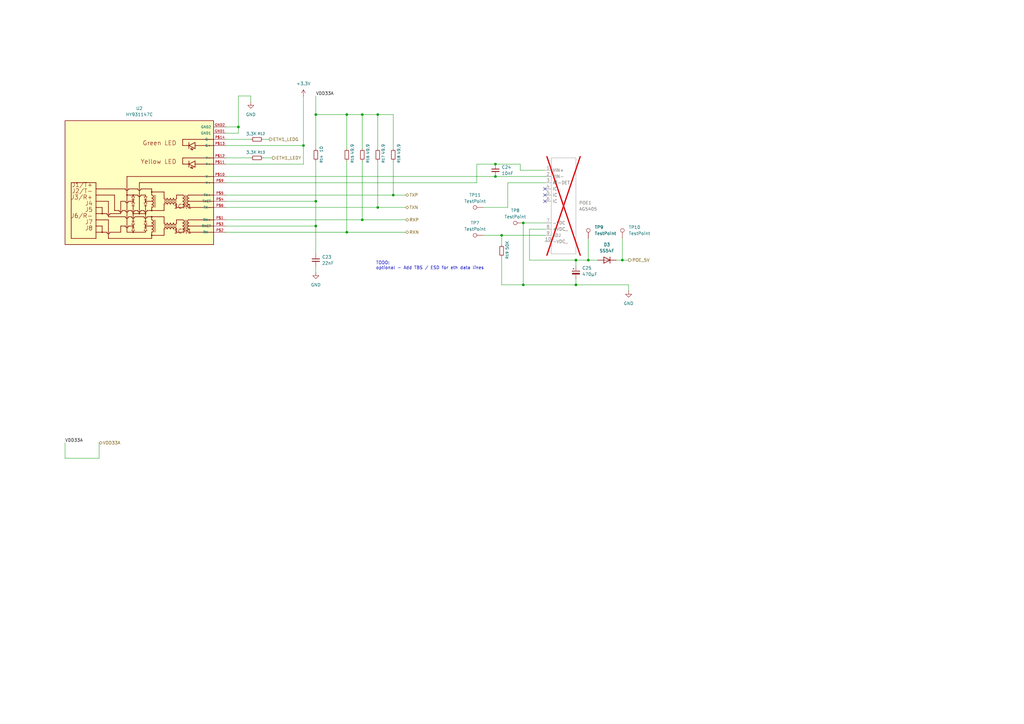
<source format=kicad_sch>
(kicad_sch (version 20250114) (generator "eeschema") (generator_version "9.0")
  (paper "A3")
  (title_block (title "PoE Backplate") (date "2026-02-01") (rev "v0.2") (company "dotstar.tech") (comment 1 "designed byGrigorii Merkushev (aka brushknight)") (comment 2 "brushknight.com"))
  (lib_symbols
    (symbol "AG5405:AG5405"
      (property "Reference" "J" (at 12.192 11.176 0))
      (symbol "AG5405_0_1"
        (rectangle (start 7.62 8.89) (end 17.78 -30.48))
      )
      (symbol "AG5405_1_1"
        (pin input line (at 5.08 3.81 0) (length 2.54) (name "VIN+") (number "1"))
        (pin input line (at 5.08 1.27 0) (length 2.54) (name "VIN-") (number "2"))
        (pin input line (at 5.08 -1.27 0) (length 2.54) (name "AT-DET") (number "3"))
        (pin input line (at 5.08 -3.81 0) (length 2.54) (name "IC") (number "4"))
        (pin input line (at 5.08 -6.35 0) (length 2.54) (name "IC") (number "5"))
        (pin input line (at 5.08 -8.89 0) (length 2.54) (name "IC") (number "6"))
        (pin input line (at 5.08 -17.78 0) (length 2.54) (name "-VDC") (number "7"))
        (pin input line (at 5.08 -20.32 0) (length 2.54) (name "+VDC_") (number "8"))
        (pin input line (at 5.08 -22.86 0) (length 2.54) (name "ADJ") (number "9"))
        (pin input line (at 5.08 -25.4 0) (length 2.54) (name "-VDC_") (number "10"))
      )
    )
    (symbol "Connector:TestPoint" (pin_numbers (hide yes)) (pin_names (offset 0.762) (hide yes))
      (property "Reference" "TP" (at 0 6.858 0))
      (property "Value" "TestPoint" (at 0 5.08 0))
      (symbol "TestPoint_0_1"
        (circle (center 0 3.302) (radius 0.762))
      )
      (symbol "TestPoint_1_1"
        (pin passive line (at 0 0 90) (length 2.54) (name "1") (number "1"))
      )
    )
    (symbol "Device:C_Polarized_Small" (pin_numbers (hide yes)) (pin_names (offset 0.254) (hide yes))
      (property "Reference" "C" (at 0.254 1.778 0))
      (property "Value" "C_Polarized_Small" (at 0.254 -2.032 0))
      (symbol "C_Polarized_Small_0_1"
        (rectangle (start -1.524 0.6858) (end 1.524 0.3048))
        (rectangle (start -1.524 -0.3048) (end 1.524 -0.6858) (fill (type outline)))
        (polyline (pts (xy -1.27 1.524) (xy -0.762 1.524)))
        (polyline (pts (xy -1.016 1.27) (xy -1.016 1.778)))
      )
      (symbol "C_Polarized_Small_1_1"
        (pin passive line (at 0 2.54 270) (length 1.8542) (name "~") (number "1"))
        (pin passive line (at 0 -2.54 90) (length 1.8542) (name "~") (number "2"))
      )
    )
    (symbol "Device:C_Small" (pin_numbers (hide yes)) (pin_names (offset 0.254) (hide yes))
      (property "Reference" "C" (at 0.254 1.778 0))
      (property "Value" "C_Small" (at 0.254 -2.032 0))
      (symbol "C_Small_0_1"
        (polyline (pts (xy -1.524 0.508) (xy 1.524 0.508)) (stroke (width 0.3048)))
        (polyline (pts (xy -1.524 -0.508) (xy 1.524 -0.508)) (stroke (width 0.3302)))
      )
      (symbol "C_Small_1_1"
        (pin passive line (at 0 2.54 270) (length 2.032) (name "~") (number "1"))
        (pin passive line (at 0 -2.54 90) (length 2.032) (name "~") (number "2"))
      )
    )
    (symbol "Device:D" (pin_numbers (hide yes)) (pin_names (offset 1.016) (hide yes))
      (property "Reference" "D" (at 0 2.54 0))
      (property "Value" "D" (at 0 -2.54 0))
      (symbol "D_0_1"
        (polyline (pts (xy -1.27 1.27) (xy -1.27 -1.27)) (stroke (width 0.254)))
        (polyline (pts (xy 1.27 1.27) (xy 1.27 -1.27) (xy -1.27 0) (xy 1.27 1.27)) (stroke (width 0.254)))
        (polyline (pts (xy 1.27 0) (xy -1.27 0)))
      )
      (symbol "D_1_1"
        (pin passive line (at -3.81 0 0) (length 2.54) (name "K") (number "1"))
        (pin passive line (at 3.81 0 180) (length 2.54) (name "A") (number "2"))
      )
    )
    (symbol "Device:R_Small" (pin_numbers (hide yes)) (pin_names (offset 0.254) (hide yes))
      (property "Reference" "R" (at 0 0 90))
      (property "Value" "R_Small" (at 1.778 0 90))
      (symbol "R_Small_0_1"
        (rectangle (start -0.762 1.778) (end 0.762 -1.778) (stroke (width 0.2032)))
      )
      (symbol "R_Small_1_1"
        (pin passive line (at 0 2.54 270) (length 0.762) (name "~") (number "1"))
        (pin passive line (at 0 -2.54 90) (length 0.762) (name "~") (number "2"))
      )
    )
    (symbol "HY931147C:HY931147C" (pin_names (offset 1.016))
      (property "Reference" "U" (at 7.62 -17.78 0))
      (property "Value" "HY931147C" (at 7.62 -20.32 0))
      (symbol "HY931147C_0_0"
        (polyline (pts (xy -27.94 17.78) (xy -17.78 17.78)) (stroke (width 0.254)))
        (polyline (pts (xy -27.94 15.24) (xy -17.78 15.24)) (stroke (width 0.254)))
        (polyline (pts (xy -27.94 5.08) (xy -17.78 5.08)) (stroke (width 0.254)))
        (polyline (pts (xy -27.94 2.54) (xy -17.78 2.54)) (stroke (width 0.254)))
        (polyline (pts (xy -27.94 -2.54) (xy 2.54 -2.54)) (stroke (width 0.254)))
        (polyline (pts (xy -27.94 -5.08) (xy 7.62 -5.08)) (stroke (width 0.254)))
        (polyline (pts (xy -27.94 -10.16) (xy -20.32 -10.16)) (stroke (width 0.254)))
        (polyline (pts (xy -27.94 -12.7) (xy -15.24 -12.7)) (stroke (width 0.254)))
        (polyline (pts (xy -27.94 -17.78) (xy -20.32 -17.78)) (stroke (width 0.254)))
        (polyline (pts (xy -27.94 -20.32) (xy -15.24 -20.32)) (stroke (width 0.254)))
        (rectangle (start -27.94 -27.94) (end 33.02 22.86) (stroke (width 0.254)) (fill (type background)))
        (polyline (pts (xy -20.32 -8.89) (xy -20.32 -11.43)) (stroke (width 0.254)))
        (polyline (pts (xy -20.32 -11.43) (xy -17.78 -10.16)) (stroke (width 0.254)))
        (polyline (pts (xy -20.32 -16.51) (xy -20.32 -19.05)) (stroke (width 0.254)))
        (polyline (pts (xy -20.32 -19.05) (xy -17.78 -17.78)) (stroke (width 0.254)))
        (polyline (pts (xy -19.558 -8.89) (xy -19.05 -8.382)) (stroke (width 0.254)))
        (polyline (pts (xy -19.558 -16.51) (xy -19.05 -16.002)) (stroke (width 0.254)))
        (polyline (pts (xy -19.05 -8.382) (xy -19.304 -8.382)) (stroke (width 0.254)))
        (polyline (pts (xy -19.05 -8.636) (xy -19.05 -8.382)) (stroke (width 0.254)))
        (polyline (pts (xy -19.05 -9.144) (xy -18.542 -8.636)) (stroke (width 0.254)))
        (polyline (pts (xy -19.05 -16.002) (xy -19.304 -16.002)) (stroke (width 0.254)))
        (polyline (pts (xy -19.05 -16.256) (xy -19.05 -16.002)) (stroke (width 0.254)))
        (polyline (pts (xy -19.05 -16.764) (xy -18.542 -16.256)) (stroke (width 0.254)))
        (polyline (pts (xy -18.796 -8.636) (xy -18.542 -8.636)) (stroke (width 0.254)))
        (polyline (pts (xy -18.796 -16.256) (xy -18.542 -16.256)) (stroke (width 0.254)))
        (polyline (pts (xy -18.542 -8.636) (xy -18.542 -8.89)) (stroke (width 0.254)))
        (polyline (pts (xy -18.542 -16.256) (xy -18.542 -16.51)) (stroke (width 0.254)))
        (arc (start -17.78 17.78) (mid -17.1477 17.145) (end -17.78 16.51) (stroke (width 0.254)))
        (arc (start -17.78 16.51) (mid -17.1477 15.875) (end -17.78 15.24) (stroke (width 0.254)))
        (arc (start -17.78 15.24) (mid -17.1477 14.605) (end -17.78 13.97) (stroke (width 0.254)))
        (arc (start -17.78 13.97) (mid -17.1477 13.335) (end -17.78 12.7) (stroke (width 0.254)))
        (arc (start -17.78 7.62) (mid -17.1477 6.985) (end -17.78 6.35) (stroke (width 0.254)))
        (arc (start -17.78 6.35) (mid -17.1477 5.715) (end -17.78 5.08) (stroke (width 0.254)))
        (arc (start -17.78 5.08) (mid -17.1477 4.445) (end -17.78 3.81) (stroke (width 0.254)))
        (arc (start -17.78 3.81) (mid -17.1477 3.175) (end -17.78 2.54) (stroke (width 0.254)))
        (circle (center -17.78 17.272) (radius 0.0762) (stroke (width 0.127)))
        (circle (center -17.78 14.732) (radius 0.0762) (stroke (width 0.127)))
        (polyline (pts (xy -17.78 12.7) (xy -27.94 12.7)) (stroke (width 0.254)))
        (polyline (pts (xy -17.78 7.62) (xy -27.94 7.62)) (stroke (width 0.254)))
        (circle (center -17.78 7.112) (radius 0.0762) (stroke (width 0.127)))
        (circle (center -17.78 4.572) (radius 0.0762) (stroke (width 0.127)))
        (polyline (pts (xy -17.78 -8.89) (xy -17.78 -10.16)) (stroke (width 0.254)))
        (polyline (pts (xy -17.78 -10.16) (xy -20.32 -8.89)) (stroke (width 0.254)))
        (polyline (pts (xy -17.78 -10.16) (xy -17.78 -11.43)) (stroke (width 0.254)))
        (polyline (pts (xy -17.78 -16.51) (xy -17.78 -17.78)) (stroke (width 0.254)))
        (polyline (pts (xy -17.78 -17.78) (xy -20.32 -16.51)) (stroke (width 0.254)))
        (polyline (pts (xy -17.78 -17.78) (xy -17.78 -19.05)) (stroke (width 0.254)))
        (polyline (pts (xy -16.764 12.7) (xy -16.764 17.78)) (stroke (width 0.1524)))
        (polyline (pts (xy -16.764 2.54) (xy -16.764 7.62)) (stroke (width 0.1524)))
        (polyline (pts (xy -16.256 12.7) (xy -16.256 17.78)) (stroke (width 0.1524)))
        (polyline (pts (xy -16.256 2.54) (xy -16.256 7.62)) (stroke (width 0.1524)))
        (polyline (pts (xy -15.24 17.78) (xy -12.7 17.78)) (stroke (width 0.254)))
        (circle (center -15.24 17.272) (radius 0.0762) (stroke (width 0.127)))
        (polyline (pts (xy -15.24 12.7) (xy -12.7 12.7)) (stroke (width 0.254)))
        (polyline (pts (xy -15.24 7.62) (xy -12.7 7.62)) (stroke (width 0.254)))
        (circle (center -15.24 7.112) (radius 0.0762) (stroke (width 0.127)))
        (polyline (pts (xy -15.24 2.54) (xy -12.7 2.54)) (stroke (width 0.254)))
        (polyline (pts (xy -15.24 -10.16) (xy -17.78 -10.16)) (stroke (width 0.254)))
        (polyline (pts (xy -15.24 -12.7) (xy -15.24 -10.16)) (stroke (width 0.254)))
        (polyline (pts (xy -15.24 -17.78) (xy -17.78 -17.78)) (stroke (width 0.254)))
        (polyline (pts (xy -15.24 -20.32) (xy -15.24 -17.78)) (stroke (width 0.254)))
        (arc (start -15.24 16.51) (mid -15.8722 17.145) (end -15.24 17.78) (stroke (width 0.254)))
        (arc (start -15.24 15.24) (mid -15.8722 15.875) (end -15.24 16.51) (stroke (width 0.254)))
        (arc (start -15.24 13.97) (mid -15.8722 14.605) (end -15.24 15.24) (stroke (width 0.254)))
        (arc (start -15.24 12.7) (mid -15.8722 13.335) (end -15.24 13.97) (stroke (width 0.254)))
        (arc (start -15.24 6.35) (mid -15.8722 6.985) (end -15.24 7.62) (stroke (width 0.254)))
        (arc (start -15.24 5.08) (mid -15.8722 5.715) (end -15.24 6.35) (stroke (width 0.254)))
        (arc (start -15.24 3.81) (mid -15.8722 4.445) (end -15.24 5.08) (stroke (width 0.254)))
        (arc (start -15.24 2.54) (mid -15.8722 3.175) (end -15.24 3.81) (stroke (width 0.254)))
        (polyline (pts (xy -12.7 17.78) (xy -12.7 16.51)) (stroke (width 0.254)))
        (polyline (pts (xy -12.7 15.494) (xy -7.62 15.494)) (stroke (width 0.1524)))
        (polyline (pts (xy -12.7 14.986) (xy -7.62 14.986)) (stroke (width 0.1524)))
        (polyline (pts (xy -12.7 12.7) (xy -12.7 13.97)) (stroke (width 0.254)))
        (polyline (pts (xy -12.7 7.62) (xy -12.7 6.35)) (stroke (width 0.254)))
        (polyline (pts (xy -12.7 5.334) (xy -7.62 5.334)) (stroke (width 0.1524)))
        (polyline (pts (xy -12.7 4.826) (xy -7.62 4.826)) (stroke (width 0.1524)))
        (polyline (pts (xy -12.7 2.54) (xy -12.7 3.81)) (stroke (width 0.254)))
        (arc (start -11.43 16.51) (mid -12.065 15.8777) (end -12.7 16.51) (stroke (width 0.254)))
        (arc (start -12.7 13.97) (mid -12.065 14.6022) (end -11.43 13.97) (stroke (width 0.254)))
        (arc (start -11.43 6.35) (mid -12.065 5.7177) (end -12.7 6.35) (stroke (width 0.254)))
        (arc (start -12.7 3.81) (mid -12.065 4.4422) (end -11.43 3.81) (stroke (width 0.254)))
        (arc (start -10.16 16.51) (mid -10.795 15.8777) (end -11.43 16.51) (stroke (width 0.254)))
        (arc (start -11.43 13.97) (mid -10.795 14.6022) (end -10.16 13.97) (stroke (width 0.254)))
        (arc (start -10.16 6.35) (mid -10.795 5.7177) (end -11.43 6.35) (stroke (width 0.254)))
        (arc (start -11.43 3.81) (mid -10.795 4.4422) (end -10.16 3.81) (stroke (width 0.254)))
        (arc (start -8.89 16.51) (mid -9.525 15.8777) (end -10.16 16.51) (stroke (width 0.254)))
        (arc (start -10.16 13.97) (mid -9.525 14.6022) (end -8.89 13.97) (stroke (width 0.254)))
        (arc (start -8.89 6.35) (mid -9.525 5.7177) (end -10.16 6.35) (stroke (width 0.254)))
        (arc (start -10.16 3.81) (mid -9.525 4.4422) (end -8.89 3.81) (stroke (width 0.254)))
        (arc (start -7.62 16.51) (mid -8.255 15.8777) (end -8.89 16.51) (stroke (width 0.254)))
        (arc (start -8.89 13.97) (mid -8.255 14.6022) (end -7.62 13.97) (stroke (width 0.254)))
        (arc (start -7.62 6.35) (mid -8.255 5.7177) (end -8.89 6.35) (stroke (width 0.254)))
        (arc (start -8.89 3.81) (mid -8.255 4.4422) (end -7.62 3.81) (stroke (width 0.254)))
        (circle (center -8.128 16.51) (radius 0.0762) (stroke (width 0.127)))
        (circle (center -8.128 13.97) (radius 0.0762) (stroke (width 0.127)))
        (circle (center -8.128 6.35) (radius 0.0762) (stroke (width 0.127)))
        (circle (center -8.128 3.81) (radius 0.0762) (stroke (width 0.127)))
        (polyline (pts (xy -7.62 19.05) (xy -2.54 19.05)) (stroke (width 0.254)))
        (polyline (pts (xy -7.62 16.51) (xy -7.62 19.05)) (stroke (width 0.254)))
        (polyline (pts (xy -7.62 13.97) (xy -7.62 11.43)) (stroke (width 0.254)))
        (polyline (pts (xy -7.62 11.43) (xy -2.54 11.43)) (stroke (width 0.254)))
        (polyline (pts (xy -7.62 8.89) (xy -2.54 8.89)) (stroke (width 0.254)))
        (polyline (pts (xy -7.62 6.35) (xy -7.62 8.89)) (stroke (width 0.254)))
        (polyline (pts (xy -7.62 3.81) (xy -7.62 1.27)) (stroke (width 0.254)))
        (polyline (pts (xy -7.62 1.27) (xy -2.54 1.27)) (stroke (width 0.254)))
        (polyline (pts (xy -4.064 17.78) (xy -4.064 12.7)) (stroke (width 0.1524)))
        (polyline (pts (xy -4.064 7.62) (xy -4.064 2.54)) (stroke (width 0.1524)))
        (polyline (pts (xy -3.556 17.78) (xy -3.556 12.7)) (stroke (width 0.1524)))
        (polyline (pts (xy -3.556 7.62) (xy -3.556 2.54)) (stroke (width 0.1524)))
        (polyline (pts (xy -2.54 20.32) (xy 15.24 20.32)) (stroke (width 0.254)))
        (circle (center -2.54 19.05) (radius 0.2032) (stroke (width 0.2032)))
        (polyline (pts (xy -2.54 19.05) (xy -2.54 20.32)) (stroke (width 0.254)))
        (polyline (pts (xy -2.54 19.05) (xy -2.54 17.78)) (stroke (width 0.254)))
        (circle (center -2.54 17.272) (radius 0.0762) (stroke (width 0.127)))
        (circle (center -2.54 14.732) (radius 0.0762) (stroke (width 0.127)))
        (polyline (pts (xy -2.54 12.7) (xy -2.54 11.43)) (stroke (width 0.254)))
        (circle (center -2.54 11.43) (radius 0.2032) (stroke (width 0.2032)))
        (circle (center -2.54 8.89) (radius 0.2032) (stroke (width 0.2032)))
        (polyline (pts (xy -2.54 8.89) (xy -2.54 7.62)) (stroke (width 0.254)))
        (polyline (pts (xy -2.54 8.89) (xy -0.635 8.89)) (stroke (width 0.254)))
        (circle (center -2.54 7.112) (radius 0.0762) (stroke (width 0.127)))
        (circle (center -2.54 4.572) (radius 0.0762) (stroke (width 0.127)))
        (circle (center -2.54 1.27) (radius 0.2032) (stroke (width 0.2032)))
        (polyline (pts (xy -2.54 1.27) (xy -2.54 2.54)) (stroke (width 0.254)))
        (polyline (pts (xy -2.54 1.27) (xy -2.54 0)) (stroke (width 0.254)))
        (polyline (pts (xy -2.54 0) (xy 1.905 0)) (stroke (width 0.254)))
        (arc (start -2.54 16.51) (mid -3.1722 17.145) (end -2.54 17.78) (stroke (width 0.254)))
        (arc (start -2.54 15.24) (mid -3.1722 15.875) (end -2.54 16.51) (stroke (width 0.254)))
        (arc (start -2.54 13.97) (mid -3.1722 14.605) (end -2.54 15.24) (stroke (width 0.254)))
        (arc (start -2.54 12.7) (mid -3.1722 13.335) (end -2.54 13.97) (stroke (width 0.254)))
        (arc (start -2.54 6.35) (mid -3.1722 6.985) (end -2.54 7.62) (stroke (width 0.254)))
        (arc (start -2.54 5.08) (mid -3.1722 5.715) (end -2.54 6.35) (stroke (width 0.254)))
        (arc (start -2.54 3.81) (mid -3.1722 4.445) (end -2.54 5.08) (stroke (width 0.254)))
        (arc (start -2.54 2.54) (mid -3.1722 3.175) (end -2.54 3.81) (stroke (width 0.254)))
        (polyline (pts (xy -0.635 17.145) (xy 0 15.875)) (stroke (width 0.1524)))
        (polyline (pts (xy -0.635 14.605) (xy 0 13.335)) (stroke (width 0.1524)))
        (polyline (pts (xy -0.635 11.43) (xy -2.54 11.43)) (stroke (width 0.254)))
        (polyline (pts (xy -0.635 6.985) (xy 0 6.985)) (stroke (width 0.1524)))
        (polyline (pts (xy -0.635 5.715) (xy 0 5.715)) (stroke (width 0.1524)))
        (polyline (pts (xy -0.635 4.445) (xy 0 4.445)) (stroke (width 0.1524)))
        (polyline (pts (xy -0.635 3.175) (xy 0 3.175)) (stroke (width 0.1524)))
        (polyline (pts (xy 0 17.78) (xy 5.08 17.78)) (stroke (width 0.254)))
        (polyline (pts (xy 0 17.145) (xy -0.635 17.145)) (stroke (width 0.1524)))
        (polyline (pts (xy 0 17.145) (xy 0 17.78)) (stroke (width 0.254)))
        (polyline (pts (xy 0 15.875) (xy -0.635 15.875)) (stroke (width 0.1524)))
        (polyline (pts (xy 0 15.875) (xy 0 15.24)) (stroke (width 0.254)))
        (polyline (pts (xy 0 15.875) (xy 0.635 17.145)) (stroke (width 0.1524)))
        (circle (center 0 15.24) (radius 0.2032) (stroke (width 0.2032)))
        (polyline (pts (xy 0 15.24) (xy -2.54 15.24)) (stroke (width 0.254)))
        (polyline (pts (xy 0 15.24) (xy 0 14.605)) (stroke (width 0.254)))
        (polyline (pts (xy 0 14.605) (xy -0.635 14.605)) (stroke (width 0.1524)))
        (polyline (pts (xy 0 13.335) (xy -0.635 13.335)) (stroke (width 0.1524)))
        (polyline (pts (xy 0 13.335) (xy 0 10.16)) (stroke (width 0.254)))
        (polyline (pts (xy 0 13.335) (xy 0.635 14.605)) (stroke (width 0.1524)))
        (arc (start -0.635 11.43) (mid 0 12.0622) (end 0.635 11.43) (stroke (width 0.254)))
        (circle (center 0 10.16) (radius 0.2032) (stroke (width 0.2032)))
        (polyline (pts (xy 0 10.16) (xy 0 6.985)) (stroke (width 0.254)))
        (polyline (pts (xy 0 10.16) (xy 2.54 10.16)) (stroke (width 0.254)))
        (arc (start -0.635 8.89) (mid 0 9.5222) (end 0.635 8.89) (stroke (width 0.254)))
        (polyline (pts (xy 0 6.985) (xy -0.635 5.715)) (stroke (width 0.1524)))
        (polyline (pts (xy 0 6.985) (xy 0.635 6.985)) (stroke (width 0.1524)))
        (polyline (pts (xy 0 5.715) (xy 0.635 5.715)) (stroke (width 0.1524)))
        (circle (center 0 5.08) (radius 0.2032) (stroke (width 0.2032)))
        (polyline (pts (xy 0 5.08) (xy -2.54 5.08)) (stroke (width 0.254)))
        (polyline (pts (xy 0 5.08) (xy 0 5.715)) (stroke (width 0.254)))
        (polyline (pts (xy 0 4.445) (xy -0.635 3.175)) (stroke (width 0.1524)))
        (polyline (pts (xy 0 4.445) (xy 0 5.08)) (stroke (width 0.254)))
        (polyline (pts (xy 0 4.445) (xy 0.635 4.445)) (stroke (width 0.1524)))
        (polyline (pts (xy 0 3.175) (xy 0 2.54)) (stroke (width 0.254)))
        (polyline (pts (xy 0 3.175) (xy 0.635 3.175)) (stroke (width 0.1524)))
        (polyline (pts (xy 0 2.54) (xy 1.905 2.54)) (stroke (width 0.254)))
        (polyline (pts (xy 0.635 17.145) (xy 0 17.145)) (stroke (width 0.1524)))
        (polyline (pts (xy 0.635 15.875) (xy 0 15.875)) (stroke (width 0.1524)))
        (polyline (pts (xy 0.635 14.605) (xy 0 14.605)) (stroke (width 0.1524)))
        (polyline (pts (xy 0.635 13.335) (xy 0 13.335)) (stroke (width 0.1524)))
        (polyline (pts (xy 0.635 11.43) (xy 4.445 11.43)) (stroke (width 0.254)))
        (polyline (pts (xy 0.635 8.89) (xy 1.905 8.89)) (stroke (width 0.254)))
        (polyline (pts (xy 0.635 5.715) (xy 0 6.985)) (stroke (width 0.1524)))
        (polyline (pts (xy 0.635 3.175) (xy 0 4.445)) (stroke (width 0.1524)))
        (polyline (pts (xy 2.54 10.16) (xy 5.08 10.16)) (stroke (width 0.254)))
        (circle (center 2.54 10.16) (radius 0.2032) (stroke (width 0.2032)))
        (arc (start 1.905 8.89) (mid 2.54 9.5222) (end 3.175 8.89) (stroke (width 0.254)))
        (arc (start 1.905 2.54) (mid 2.54 3.1722) (end 3.175 2.54) (stroke (width 0.254)))
        (arc (start 1.905 0) (mid 2.54 0.6323) (end 3.175 0) (stroke (width 0.254)))
        (polyline (pts (xy 2.54 -2.54) (xy 2.54 10.16)) (stroke (width 0.254)))
        (polyline (pts (xy 3.175 8.89) (xy 4.445 8.89)) (stroke (width 0.254)))
        (polyline (pts (xy 3.175 2.54) (xy 5.08 2.54)) (stroke (width 0.254)))
        (polyline (pts (xy 3.175 0) (xy 6.985 0)) (stroke (width 0.254)))
        (polyline (pts (xy 4.445 17.145) (xy 5.08 15.875)) (stroke (width 0.1524)))
        (polyline (pts (xy 4.445 14.605) (xy 5.08 13.335)) (stroke (width 0.1524)))
        (polyline (pts (xy 4.445 6.985) (xy 5.08 6.985)) (stroke (width 0.1524)))
        (polyline (pts (xy 4.445 5.715) (xy 5.08 5.715)) (stroke (width 0.1524)))
        (polyline (pts (xy 4.445 4.445) (xy 5.08 4.445)) (stroke (width 0.1524)))
        (polyline (pts (xy 4.445 3.175) (xy 5.08 3.175)) (stroke (width 0.1524)))
        (circle (center 5.08 17.78) (radius 0.2032) (stroke (width 0.2032)))
        (polyline (pts (xy 5.08 17.145) (xy 4.445 17.145)) (stroke (width 0.1524)))
        (polyline (pts (xy 5.08 17.145) (xy 5.08 17.78)) (stroke (width 0.254)))
        (polyline (pts (xy 5.08 15.875) (xy 4.445 15.875)) (stroke (width 0.1524)))
        (polyline (pts (xy 5.08 15.875) (xy 5.08 15.24)) (stroke (width 0.254)))
        (polyline (pts (xy 5.08 15.875) (xy 5.715 17.145)) (stroke (width 0.1524)))
        (polyline (pts (xy 5.08 15.24) (xy 5.08 14.605)) (stroke (width 0.254)))
        (polyline (pts (xy 5.08 15.24) (xy 6.985 15.24)) (stroke (width 0.254)))
        (circle (center 5.08 15.24) (radius 0.2032) (stroke (width 0.2032)))
        (polyline (pts (xy 5.08 14.605) (xy 4.445 14.605)) (stroke (width 0.1524)))
        (polyline (pts (xy 5.08 13.335) (xy 4.445 13.335)) (stroke (width 0.1524)))
        (polyline (pts (xy 5.08 13.335) (xy 5.08 10.16)) (stroke (width 0.254)))
        (polyline (pts (xy 5.08 13.335) (xy 5.715 14.605)) (stroke (width 0.1524)))
        (arc (start 4.445 11.43) (mid 5.08 12.0622) (end 5.715 11.43) (stroke (width 0.254)))
        (polyline (pts (xy 5.08 10.16) (xy 5.08 6.985)) (stroke (width 0.254)))
        (circle (center 5.08 10.16) (radius 0.2032) (stroke (width 0.2032)))
        (arc (start 4.445 8.89) (mid 5.08 9.5222) (end 5.715 8.89) (stroke (width 0.254)))
        (polyline (pts (xy 5.08 6.985) (xy 4.445 5.715)) (stroke (width 0.1524)))
        (polyline (pts (xy 5.08 6.985) (xy 5.715 6.985)) (stroke (width 0.1524)))
        (polyline (pts (xy 5.08 5.715) (xy 5.715 5.715)) (stroke (width 0.1524)))
        (polyline (pts (xy 5.08 5.08) (xy 5.08 5.715)) (stroke (width 0.254)))
        (polyline (pts (xy 5.08 5.08) (xy 6.985 5.08)) (stroke (width 0.254)))
        (circle (center 5.08 5.08) (radius 0.2032) (stroke (width 0.2032)))
        (polyline (pts (xy 5.08 4.445) (xy 4.445 3.175)) (stroke (width 0.1524)))
        (polyline (pts (xy 5.08 4.445) (xy 5.08 5.08)) (stroke (width 0.254)))
        (polyline (pts (xy 5.08 4.445) (xy 5.715 4.445)) (stroke (width 0.1524)))
        (polyline (pts (xy 5.08 3.175) (xy 5.08 2.54)) (stroke (width 0.254)))
        (polyline (pts (xy 5.08 3.175) (xy 5.715 3.175)) (stroke (width 0.1524)))
        (polyline (pts (xy 5.08 2.54) (xy 7.62 2.54)) (stroke (width 0.254)))
        (circle (center 5.08 2.54) (radius 0.2032) (stroke (width 0.2032)))
        (polyline (pts (xy 5.715 17.145) (xy 5.08 17.145)) (stroke (width 0.1524)))
        (polyline (pts (xy 5.715 15.875) (xy 5.08 15.875)) (stroke (width 0.1524)))
        (polyline (pts (xy 5.715 14.605) (xy 5.08 14.605)) (stroke (width 0.1524)))
        (polyline (pts (xy 5.715 13.335) (xy 5.08 13.335)) (stroke (width 0.1524)))
        (polyline (pts (xy 5.715 11.43) (xy 6.985 11.43)) (stroke (width 0.254)))
        (polyline (pts (xy 5.715 8.89) (xy 6.985 8.89)) (stroke (width 0.254)))
        (polyline (pts (xy 5.715 5.715) (xy 5.08 6.985)) (stroke (width 0.1524)))
        (polyline (pts (xy 5.715 3.175) (xy 5.08 4.445)) (stroke (width 0.1524)))
        (polyline (pts (xy 7.62 17.78) (xy 5.08 17.78)) (stroke (width 0.254)))
        (arc (start 6.985 15.24) (mid 7.62 15.8722) (end 8.255 15.24) (stroke (width 0.254)))
        (arc (start 6.985 11.43) (mid 7.62 12.0622) (end 8.255 11.43) (stroke (width 0.254)))
        (arc (start 6.985 8.89) (mid 7.62 9.5222) (end 8.255 8.89) (stroke (width 0.254)))
        (arc (start 6.985 5.08) (mid 7.62 5.7122) (end 8.255 5.08) (stroke (width 0.254)))
        (polyline (pts (xy 7.62 2.54) (xy 7.62 17.78)) (stroke (width 0.254)))
        (circle (center 7.62 2.54) (radius 0.2032) (stroke (width 0.2032)))
        (arc (start 6.985 0) (mid 7.62 0.6323) (end 8.255 0) (stroke (width 0.254)))
        (polyline (pts (xy 7.62 -5.08) (xy 7.62 2.54)) (stroke (width 0.254)))
        (polyline (pts (xy 8.255 15.24) (xy 10.16 15.24)) (stroke (width 0.254)))
        (polyline (pts (xy 8.255 11.43) (xy 15.24 11.43)) (stroke (width 0.254)))
        (polyline (pts (xy 8.255 8.89) (xy 9.525 8.89)) (stroke (width 0.254)))
        (polyline (pts (xy 8.255 5.08) (xy 10.16 5.08)) (stroke (width 0.254)))
        (polyline (pts (xy 8.255 0) (xy 20.32 0)) (stroke (width 0.254)))
        (polyline (pts (xy 10.16 17.78) (xy 14.605 17.78)) (stroke (width 0.254)))
        (polyline (pts (xy 10.16 15.24) (xy 10.16 17.78)) (stroke (width 0.254)))
        (polyline (pts (xy 10.16 10.16) (xy 14.605 10.16)) (stroke (width 0.254)))
        (arc (start 9.525 8.89) (mid 10.16 9.5222) (end 10.795 8.89) (stroke (width 0.254)))
        (polyline (pts (xy 10.16 5.08) (xy 10.16 10.16)) (stroke (width 0.254)))
        (polyline (pts (xy 10.795 8.89) (xy 12.7 8.89)) (stroke (width 0.254)))
        (polyline (pts (xy 12.7 8.89) (xy 12.7 2.54)) (stroke (width 0.254)))
        (polyline (pts (xy 12.7 2.54) (xy 20.32 2.54)) (stroke (width 0.254)))
        (polyline (pts (xy 15.24 20.32) (xy 15.24 12.7)) (stroke (width 0.254)))
        (arc (start 14.605 17.78) (mid 15.24 18.4122) (end 15.875 17.78) (stroke (width 0.254)))
        (polyline (pts (xy 15.24 12.7) (xy 20.32 12.7)) (stroke (width 0.254)))
        (polyline (pts (xy 15.24 11.43) (xy 15.24 5.08)) (stroke (width 0.254)))
        (arc (start 14.605 10.16) (mid 15.24 10.7922) (end 15.875 10.16) (stroke (width 0.254)))
        (polyline (pts (xy 15.24 5.08) (xy 20.32 5.08)) (stroke (width 0.254)))
        (polyline (pts (xy 15.875 17.78) (xy 17.78 17.78)) (stroke (width 0.254)))
        (polyline (pts (xy 15.875 10.16) (xy 17.78 10.16)) (stroke (width 0.254)))
        (polyline (pts (xy 17.78 17.78) (xy 17.78 15.24)) (stroke (width 0.254)))
        (circle (center 17.78 17.78) (radius 0.2032) (stroke (width 0.2032)))
        (polyline (pts (xy 17.78 15.24) (xy 20.32 15.24)) (stroke (width 0.254)))
        (polyline (pts (xy 17.78 10.16) (xy 20.32 10.16)) (stroke (width 0.254)))
        (circle (center 17.78 10.16) (radius 0.2032) (stroke (width 0.2032)))
        (polyline (pts (xy 17.78 7.62) (xy 17.78 10.16)) (stroke (width 0.254)))
        (polyline (pts (xy 20.32 20.32) (xy 20.32 17.78)) (stroke (width 0.254)))
        (polyline (pts (xy 20.32 17.78) (xy 17.78 17.78)) (stroke (width 0.254)))
        (polyline (pts (xy 20.32 17.78) (xy 20.32 15.24)) (stroke (width 0.254)))
        (polyline (pts (xy 20.32 15.24) (xy 20.32 12.7)) (stroke (width 0.254)))
        (polyline (pts (xy 20.32 12.7) (xy 20.32 10.16)) (stroke (width 0.254)))
        (polyline (pts (xy 20.32 10.16) (xy 20.32 7.62)) (stroke (width 0.254)))
        (polyline (pts (xy 20.32 7.62) (xy 17.78 7.62)) (stroke (width 0.254)))
        (polyline (pts (xy 20.32 7.62) (xy 20.32 5.08)) (stroke (width 0.254)))
        (polyline (pts (xy 20.32 5.08) (xy 20.32 2.54)) (stroke (width 0.254)))
        (polyline (pts (xy 20.32 2.54) (xy 20.32 0)) (stroke (width 0.254)))
        (polyline (pts (xy 20.32 0) (xy 20.32 -2.54)) (stroke (width 0.254)))
        (polyline (pts (xy 20.32 -2.54) (xy 30.48 -2.54)) (stroke (width 0.254)))
        (polyline (pts (xy 30.48 20.32) (xy 20.32 20.32)) (stroke (width 0.254)))
        (polyline (pts (xy 30.48 -2.54) (xy 30.48 20.32)) (stroke (width 0.254)))
        (text "1CT:1" (at -19.05 18.415 0) (effects (font (size 1.778 1.778)) (justify left bottom)))
        (text "1CT:1" (at -19.05 8.255 0) (effects (font (size 1.778 1.778)) (justify left bottom)))
        (text "Yellow LED" (at -12.7 -10.16 0) (effects (font (size 1.778 1.778)) (justify left bottom)))
        (text "Green LED" (at -12.7 -17.78 0) (effects (font (size 1.778 1.778)) (justify left bottom)))
        (text "J8" (at 21.59 17.145 0) (effects (font (size 1.778 1.778)) (justify left bottom)))
        (text "J7" (at 21.59 14.605 0) (effects (font (size 1.778 1.778)) (justify left bottom)))
        (text "J6/R-" (at 21.59 12.065 0) (effects (font (size 1.778 1.778)) (justify left bottom)))
        (text "J5" (at 21.59 9.525 0) (effects (font (size 1.778 1.778)) (justify left bottom)))
        (text "J4" (at 21.59 6.985 0) (effects (font (size 1.778 1.778)) (justify left bottom)))
        (text "J3/R+" (at 21.59 4.445 0) (effects (font (size 1.778 1.778)) (justify left bottom)))
        (text "J2/T-" (at 21.59 1.905 0) (effects (font (size 1.778 1.778)) (justify left bottom)))
        (text "J1/T+" (at 21.59 -0.635 0) (effects (font (size 1.778 1.778)) (justify left bottom)))
        (pin bidirectional line (at -33.02 17.78 0) (length 5.08) (name "RX-") (number "P$2"))
        (pin bidirectional line (at -33.02 15.24 0) (length 5.08) (name "RXCT") (number "P$3"))
        (pin bidirectional line (at -33.02 12.7 0) (length 5.08) (name "RX+") (number "P$1"))
        (pin bidirectional line (at -33.02 7.62 0) (length 5.08) (name "TX-") (number "P$6"))
        (pin bidirectional line (at -33.02 5.08 0) (length 5.08) (name "TXCT") (number "P$4"))
        (pin bidirectional line (at -33.02 2.54 0) (length 5.08) (name "TX+") (number "P$5"))
        (pin bidirectional line (at -33.02 -2.54 0) (length 5.08) (name "V+") (number "P$9"))
        (pin bidirectional line (at -33.02 -5.08 0) (length 5.08) (name "V-") (number "P$10"))
        (pin bidirectional line (at -33.02 -10.16 0) (length 5.08) (name "Y+") (number "P$11"))
        (pin bidirectional line (at -33.02 -12.7 0) (length 5.08) (name "Y-") (number "P$12"))
        (pin bidirectional line (at -33.02 -17.78 0) (length 5.08) (name "G+") (number "P$13"))
        (pin bidirectional line (at -33.02 -20.32 0) (length 5.08) (name "G-") (number "P$14"))
        (pin bidirectional line (at -33.02 -22.86 0) (length 5.08) (name "GND1") (number "GND1"))
        (pin bidirectional line (at -33.02 -25.4 0) (length 5.08) (name "GND2") (number "GND2"))
      )
    )
    (symbol "power:+3.3V" (power) (pin_numbers (hide yes)) (pin_names (offset 0) (hide yes))
      (property "Value" "+3.3V" (at 0 3.556 0))
      (symbol "+3.3V_0_1"
        (polyline (pts (xy -0.762 1.27) (xy 0 2.54)))
        (polyline (pts (xy 0 2.54) (xy 0.762 1.27)))
        (polyline (pts (xy 0 0) (xy 0 2.54)))
      )
      (symbol "+3.3V_1_1"
        (pin power_in line (at 0 0 90) (length 0) (name "~") (number "1"))
      )
    )
    (symbol "power:GND" (power) (pin_numbers (hide yes)) (pin_names (offset 0) (hide yes))
      (property "Value" "GND" (at 0 -3.81 0))
      (symbol "GND_0_1"
        (polyline (pts (xy 0 0) (xy 0 -1.27) (xy 1.27 -1.27) (xy 0 -2.54) (xy -1.27 -1.27) (xy 0 -1.27)))
      )
      (symbol "GND_1_1"
        (pin power_in line (at 0 0 270) (length 0) (name "~") (number "1"))
      )
    )
  )
  (text "TODO:\noptional - Add TBS / ESD for eth data lines" (at 154.178 108.966 0) (effects (font (size 1.27 1.27)) (justify left)))
  (junction (at 214.63 116.84))
  (junction (at 241.3 106.68))
  (junction (at 154.94 85.09))
  (junction (at 154.94 46.99))
  (junction (at 203.2 67.31))
  (junction (at 236.22 106.68))
  (junction (at 236.22 116.84))
  (junction (at 148.59 90.17))
  (junction (at 255.27 106.68))
  (junction (at 205.74 96.52))
  (junction (at 148.59 46.99))
  (junction (at 203.2 72.39))
  (junction (at 142.24 95.25))
  (junction (at 129.54 92.71))
  (junction (at 124.46 59.69))
  (junction (at 129.54 46.99))
  (junction (at 129.54 82.55))
  (junction (at 214.63 91.44))
  (junction (at 97.79 52.07))
  (junction (at 142.24 46.99))
  (junction (at 161.29 80.01))
  (no_connect (at 223.52 77.47))
  (no_connect (at 223.52 82.55))
  (no_connect (at 223.52 80.01))
  (wire (pts (xy 142.24 95.25) (xy 166.37 95.25)))
  (wire (pts (xy 161.29 66.04) (xy 161.29 80.01)))
  (wire (pts (xy 257.81 116.84) (xy 257.81 119.38)))
  (wire (pts (xy 236.22 114.3) (xy 236.22 116.84)))
  (wire (pts (xy 208.28 74.93) (xy 223.52 74.93)))
  (wire (pts (xy 142.24 46.99) (xy 142.24 60.96)))
  (wire (pts (xy 236.22 106.68) (xy 241.3 106.68)))
  (wire (pts (xy 223.52 93.98) (xy 217.17 93.98)))
  (wire (pts (xy 223.52 91.44) (xy 214.63 91.44)))
  (wire (pts (xy 255.27 97.79) (xy 255.27 106.68)))
  (wire (pts (xy 205.74 116.84) (xy 214.63 116.84)))
  (wire (pts (xy 107.95 64.77) (xy 111.76 64.77)))
  (wire (pts (xy 223.52 69.85) (xy 213.36 69.85)))
  (wire (pts (xy 203.2 72.39) (xy 223.52 72.39)))
  (wire (pts (xy 97.79 39.37) (xy 102.87 39.37)))
  (wire (pts (xy 92.71 80.01) (xy 161.29 80.01)))
  (wire (pts (xy 154.94 85.09) (xy 166.37 85.09)))
  (wire (pts (xy 129.54 82.55) (xy 129.54 92.71)))
  (wire (pts (xy 161.29 60.96) (xy 161.29 46.99)))
  (wire (pts (xy 92.71 64.77) (xy 102.87 64.77)))
  (wire (pts (xy 241.3 106.68) (xy 245.11 106.68)))
  (wire (pts (xy 161.29 46.99) (xy 154.94 46.99)))
  (wire (pts (xy 92.71 82.55) (xy 129.54 82.55)))
  (wire (pts (xy 214.63 116.84) (xy 236.22 116.84)))
  (wire (pts (xy 92.71 59.69) (xy 124.46 59.69)))
  (wire (pts (xy 142.24 66.04) (xy 142.24 95.25)))
  (wire (pts (xy 92.71 92.71) (xy 129.54 92.71)))
  (wire (pts (xy 92.71 54.61) (xy 97.79 54.61)))
  (wire (pts (xy 92.71 95.25) (xy 142.24 95.25)))
  (wire (pts (xy 208.28 85.09) (xy 208.28 74.93)))
  (wire (pts (xy 236.22 106.68) (xy 236.22 109.22)))
  (wire (pts (xy 195.58 67.31) (xy 195.58 74.93)))
  (wire (pts (xy 97.79 52.07) (xy 97.79 39.37)))
  (wire (pts (xy 97.79 54.61) (xy 97.79 52.07)))
  (wire (pts (xy 241.3 97.79) (xy 241.3 106.68)))
  (wire (pts (xy 124.46 39.37) (xy 124.46 59.69)))
  (wire (pts (xy 129.54 39.37) (xy 129.54 46.99)))
  (wire (pts (xy 129.54 46.99) (xy 129.54 60.96)))
  (wire (pts (xy 217.17 93.98) (xy 217.17 106.68)))
  (wire (pts (xy 148.59 46.99) (xy 148.59 60.96)))
  (wire (pts (xy 124.46 59.69) (xy 124.46 67.31)))
  (wire (pts (xy 102.87 39.37) (xy 102.87 41.91)))
  (wire (pts (xy 198.12 96.52) (xy 205.74 96.52)))
  (wire (pts (xy 223.52 96.52) (xy 205.74 96.52)))
  (wire (pts (xy 205.74 96.52) (xy 205.74 100.33)))
  (wire (pts (xy 129.54 92.71) (xy 129.54 104.14)))
  (wire (pts (xy 92.71 90.17) (xy 148.59 90.17)))
  (wire (pts (xy 92.71 67.31) (xy 124.46 67.31)))
  (wire (pts (xy 203.2 67.31) (xy 195.58 67.31)))
  (wire (pts (xy 40.64 187.96) (xy 40.64 181.61)))
  (wire (pts (xy 252.73 106.68) (xy 255.27 106.68)))
  (wire (pts (xy 148.59 66.04) (xy 148.59 90.17)))
  (wire (pts (xy 205.74 105.41) (xy 205.74 116.84)))
  (wire (pts (xy 129.54 109.22) (xy 129.54 111.76)))
  (wire (pts (xy 142.24 46.99) (xy 129.54 46.99)))
  (wire (pts (xy 154.94 66.04) (xy 154.94 85.09)))
  (wire (pts (xy 198.12 85.09) (xy 208.28 85.09)))
  (wire (pts (xy 148.59 46.99) (xy 142.24 46.99)))
  (wire (pts (xy 214.63 91.44) (xy 214.63 116.84)))
  (wire (pts (xy 161.29 80.01) (xy 166.37 80.01)))
  (wire (pts (xy 92.71 52.07) (xy 97.79 52.07)))
  (wire (pts (xy 26.67 181.61) (xy 26.67 187.96)))
  (wire (pts (xy 154.94 46.99) (xy 154.94 60.96)))
  (wire (pts (xy 92.71 72.39) (xy 203.2 72.39)))
  (wire (pts (xy 129.54 66.04) (xy 129.54 82.55)))
  (wire (pts (xy 236.22 116.84) (xy 257.81 116.84)))
  (wire (pts (xy 195.58 74.93) (xy 92.71 74.93)))
  (wire (pts (xy 255.27 106.68) (xy 257.81 106.68)))
  (wire (pts (xy 107.95 57.15) (xy 110.49 57.15)))
  (wire (pts (xy 148.59 90.17) (xy 166.37 90.17)))
  (wire (pts (xy 217.17 106.68) (xy 236.22 106.68)))
  (wire (pts (xy 92.71 85.09) (xy 154.94 85.09)))
  (wire (pts (xy 26.67 187.96) (xy 40.64 187.96)))
  (wire (pts (xy 213.36 69.85) (xy 213.36 67.31)))
  (wire (pts (xy 213.36 67.31) (xy 203.2 67.31)))
  (wire (pts (xy 92.71 57.15) (xy 102.87 57.15)))
  (wire (pts (xy 154.94 46.99) (xy 148.59 46.99)))
  (label "VDD33A" (at 26.67 181.61 0))
  (label "VDD33A" (at 129.54 39.37 0))
  (hierarchical_label "ETH1_LEDG" (shape output) (at 110.49 57.15 0))
  (hierarchical_label "RXP" (shape bidirectional) (at 166.37 90.17 0))
  (hierarchical_label "VDD33A" (shape bidirectional) (at 40.64 181.61 0))
  (hierarchical_label "TXP" (shape bidirectional) (at 166.37 80.01 0))
  (hierarchical_label "TXN" (shape bidirectional) (at 166.37 85.09 0))
  (hierarchical_label "ETH1_LEDY" (shape output) (at 111.76 64.77 0))
  (hierarchical_label "POE_5V" (shape output) (at 257.81 106.68 0))
  (hierarchical_label "RXN" (shape bidirectional) (at 166.37 95.25 0))
  (symbol (lib_id "Device:R_Small") (at 205.74 102.87 0) (unit 1)
    (property "Reference" "R19" (at 208.026 104.648 90) (effects (font (size 1.016 1.016))))
    (property "Value" "50K" (at 208.026 100.584 90))
    (property "Footprint" "Resistor_SMD:R_0402_1005Metric" (effects (hide yes)))
    (property "Description" "Resistor, small symbol" (effects (hide yes)))
    (property "LCSC" "C166559" (effects (hide yes)))
  )
  (symbol (lib_id "Device:R_Small") (at 161.29 63.5 0) (unit 1)
    (property "Reference" "R18" (at 163.576 65.278 90) (effects (font (size 1.016 1.016))))
    (property "Value" "49.9" (at 163.576 61.214 90))
    (property "Footprint" "Resistor_SMD:R_0402_1005Metric" (effects (hide yes)))
    (property "Description" "Resistor, small symbol" (effects (hide yes)))
    (property "LCSC" "C2933103" (effects (hide yes)))
  )
  (symbol (lib_id "Device:R_Small") (at 129.54 63.5 0) (unit 1)
    (property "Reference" "R14" (at 131.826 65.278 90) (effects (font (size 1.016 1.016))))
    (property "Value" "10" (at 131.826 61.214 90))
    (property "Footprint" "Resistor_SMD:R_0402_1005Metric" (effects (hide yes)))
    (property "Description" "Resistor, small symbol" (effects (hide yes)))
    (property "LCSC" "C138066" (effects (hide yes)))
  )
  (symbol (lib_id "AG5405:AG5405") (at 218.44 73.66 0) (unit 1) (in_bom no) (dnp yes)
    (property "Reference" "POE1" (at 237.49 83.1849 0) (effects (justify left)))
    (property "Value" "AG5405" (at 237.49 85.7249 0) (effects (justify left)))
    (property "Footprint" "AG5405:AG5405" (effects (hide yes)))
  )
  (symbol (lib_id "Device:C_Small") (at 129.54 106.68 0) (unit 1)
    (property "Reference" "C23" (at 132.08 105.4162 0) (effects (justify left)))
    (property "Value" "22nF" (at 132.08 107.9562 0) (effects (justify left)))
    (property "Footprint" "Capacitor_SMD:C_0603_1608Metric" (effects (hide yes)))
    (property "Description" "Unpolarized capacitor, small symbol" (effects (hide yes)))
    (property "LCSC" "C21122" (effects (hide yes)))
  )
  (symbol (lib_id "power:GND") (at 102.87 41.91 0) (unit 1)
    (property "Reference" "#PWR037" (effects (hide yes)))
    (property "Value" "GND" (at 102.87 46.99 0))
    (property "Description" "Power symbol creates a global label with name \"GND\" , ground" (effects (hide yes)))
  )
  (symbol (lib_id "Device:R_Small") (at 105.41 57.15 90) (unit 1)
    (property "Reference" "R12" (at 107.188 54.864 90) (effects (font (size 1.016 1.016))))
    (property "Value" "3.3K" (at 103.124 54.864 90))
    (property "Footprint" "Resistor_SMD:R_0402_1005Metric" (effects (hide yes)))
    (property "Description" "Resistor, small symbol" (effects (hide yes)))
    (property "LCSC" "C137992" (effects (hide yes)))
  )
  (symbol (lib_id "Connector:TestPoint") (at 198.12 96.52 90) (unit 1) (in_bom no)
    (property "Reference" "TP7" (at 194.818 91.44 90))
    (property "Value" "TestPoint" (at 194.818 93.98 90))
    (property "Footprint" "TestPoint:TestPoint_Pad_D1.0mm" (effects (hide yes)))
    (property "Description" "test point" (effects (hide yes)))
  )
  (symbol (lib_id "Connector:TestPoint") (at 255.27 97.79 0) (unit 1) (in_bom no)
    (property "Reference" "TP10" (at 257.81 93.2179 0) (effects (justify left)))
    (property "Value" "TestPoint" (at 257.81 95.7579 0) (effects (justify left)))
    (property "Footprint" "TestPoint:TestPoint_Pad_D1.0mm" (effects (hide yes)))
    (property "Description" "test point" (effects (hide yes)))
  )
  (symbol (lib_id "Device:D") (at 248.92 106.68 180) (unit 1)
    (property "Reference" "D3" (at 248.92 100.33 0))
    (property "Value" "SS54F" (at 248.92 102.87 0))
    (property "Footprint" "SS54F-HF:SODFL4626X120N" (effects (hide yes)))
    (property "Description" "Diode" (effects (hide yes)))
    (property "Sim.Device" "D" (effects (hide yes)))
    (property "Sim.Pins" "1=K 2=A" (effects (hide yes)))
    (property "LCSC" "C5359893" (effects (hide yes)))
  )
  (symbol (lib_id "Device:R_Small") (at 105.41 64.77 90) (unit 1)
    (property "Reference" "R13" (at 107.188 62.484 90) (effects (font (size 1.016 1.016))))
    (property "Value" "3.3K" (at 103.124 62.484 90))
    (property "Footprint" "Resistor_SMD:R_0402_1005Metric" (effects (hide yes)))
    (property "Description" "Resistor, small symbol" (effects (hide yes)))
    (property "LCSC" "C137992" (effects (hide yes)))
  )
  (symbol (lib_id "power:GND") (at 129.54 111.76 0) (unit 1)
    (property "Reference" "#PWR039" (effects (hide yes)))
    (property "Value" "GND" (at 129.54 116.84 0))
    (property "Description" "Power symbol creates a global label with name \"GND\" , ground" (effects (hide yes)))
  )
  (symbol (lib_id "Device:R_Small") (at 154.94 63.5 0) (unit 1)
    (property "Reference" "R17" (at 157.226 65.278 90) (effects (font (size 1.016 1.016))))
    (property "Value" "49.9" (at 157.226 61.214 90))
    (property "Footprint" "Resistor_SMD:R_0402_1005Metric" (effects (hide yes)))
    (property "Description" "Resistor, small symbol" (effects (hide yes)))
    (property "LCSC" "C2933103" (effects (hide yes)))
  )
  (symbol (lib_id "Connector:TestPoint") (at 198.12 85.09 90) (unit 1) (in_bom no)
    (property "Reference" "TP11" (at 194.818 80.01 90))
    (property "Value" "TestPoint" (at 194.818 82.55 90))
    (property "Footprint" "TestPoint:TestPoint_Pad_D1.0mm" (effects (hide yes)))
    (property "Description" "test point" (effects (hide yes)))
  )
  (symbol (lib_id "power:GND") (at 257.81 119.38 0) (unit 1)
    (property "Reference" "#PWR040" (effects (hide yes)))
    (property "Value" "GND" (at 257.81 124.46 0))
    (property "Description" "Power symbol creates a global label with name \"GND\" , ground" (effects (hide yes)))
  )
  (symbol (lib_id "Device:R_Small") (at 148.59 63.5 0) (unit 1)
    (property "Reference" "R16" (at 150.876 65.278 90) (effects (font (size 1.016 1.016))))
    (property "Value" "49.9" (at 150.876 61.214 90))
    (property "Footprint" "Resistor_SMD:R_0402_1005Metric" (effects (hide yes)))
    (property "Description" "Resistor, small symbol" (effects (hide yes)))
    (property "LCSC" "C2933103" (effects (hide yes)))
  )
  (symbol (lib_id "Device:C_Polarized_Small") (at 236.22 111.76 0) (unit 1)
    (property "Reference" "C25" (at 238.76 109.9438 0) (effects (justify left)))
    (property "Value" "470µF" (at 238.76 112.4838 0) (effects (justify left)))
    (property "Footprint" "Capacitor_SMD:CP_Elec_6.3x7.7" (effects (hide yes)))
    (property "Description" "Polarized capacitor, small symbol" (effects (hide yes)))
    (property "LCSC" "C335982" (effects (hide yes)))
    (property "FT Rotation Offset" "180" (effects (hide yes)))
  )
  (symbol (lib_id "Connector:TestPoint") (at 241.3 97.79 0) (unit 1) (in_bom no)
    (property "Reference" "TP9" (at 243.84 93.2179 0) (effects (justify left)))
    (property "Value" "TestPoint" (at 243.84 95.7579 0) (effects (justify left)))
    (property "Footprint" "TestPoint:TestPoint_Pad_D1.0mm" (effects (hide yes)))
    (property "Description" "test point" (effects (hide yes)))
  )
  (symbol (lib_id "Device:C_Small") (at 203.2 69.85 0) (unit 1)
    (property "Reference" "C24" (at 205.74 68.5862 0) (effects (justify left)))
    (property "Value" "10nF" (at 205.74 71.1262 0) (effects (justify left)))
    (property "Footprint" "Capacitor_SMD:C_0805_2012Metric" (effects (hide yes)))
    (property "Description" "Unpolarized capacitor, small symbol" (effects (hide yes)))
    (property "LCSC" "C1710" (effects (hide yes)))
  )
  (symbol (lib_id "HY931147C:HY931147C") (at 59.69 77.47 180) (unit 1)
    (property "Reference" "U2" (at 57.15 44.45 0))
    (property "Value" "HY931147C" (at 57.15 46.99 0))
    (property "Footprint" "HY931147C:HY931147C" (effects (hide yes)))
    (property "MF" "hanrun" (effects (hide yes)))
    (property "Package" "None" (effects (hide yes)))
    (property "Price" "None" (effects (hide yes)))
    (property "SnapEDA_Link" "https://www.snapeda.com/parts/HY931147C/HanRun/view-part/?ref=snap" (effects (hide yes)))
    (property "MP" "HY931147C" (effects (hide yes)))
    (property "Availability" "In Stock" (effects (hide yes)))
    (property "Check_prices" "https://www.snapeda.com/parts/HY931147C/HanRun/view-part/?ref=eda" (effects (hide yes)))
    (property "LCSC" "C91754" (effects (hide yes)))
  )
  (symbol (lib_id "Device:R_Small") (at 142.24 63.5 0) (unit 1)
    (property "Reference" "R15" (at 144.526 65.278 90) (effects (font (size 1.016 1.016))))
    (property "Value" "49.9" (at 144.526 61.214 90))
    (property "Footprint" "Resistor_SMD:R_0402_1005Metric" (effects (hide yes)))
    (property "Description" "Resistor, small symbol" (effects (hide yes)))
    (property "LCSC" "C2933103" (effects (hide yes)))
  )
  (symbol (lib_id "Connector:TestPoint") (at 214.63 91.44 90) (unit 1) (in_bom no)
    (property "Reference" "TP8" (at 211.328 86.36 90))
    (property "Value" "TestPoint" (at 211.328 88.9 90))
    (property "Footprint" "TestPoint:TestPoint_Pad_D1.0mm" (effects (hide yes)))
    (property "Description" "test point" (effects (hide yes)))
  )
  (symbol (lib_id "power:+3.3V") (at 124.46 39.37 0) (unit 1)
    (property "Reference" "#PWR038" (effects (hide yes)))
    (property "Value" "+3.3V" (at 124.46 34.29 0))
    (property "Description" "Power symbol creates a global label with name \"+3.3V\"" (effects (hide yes)))
  )
)
</source>
